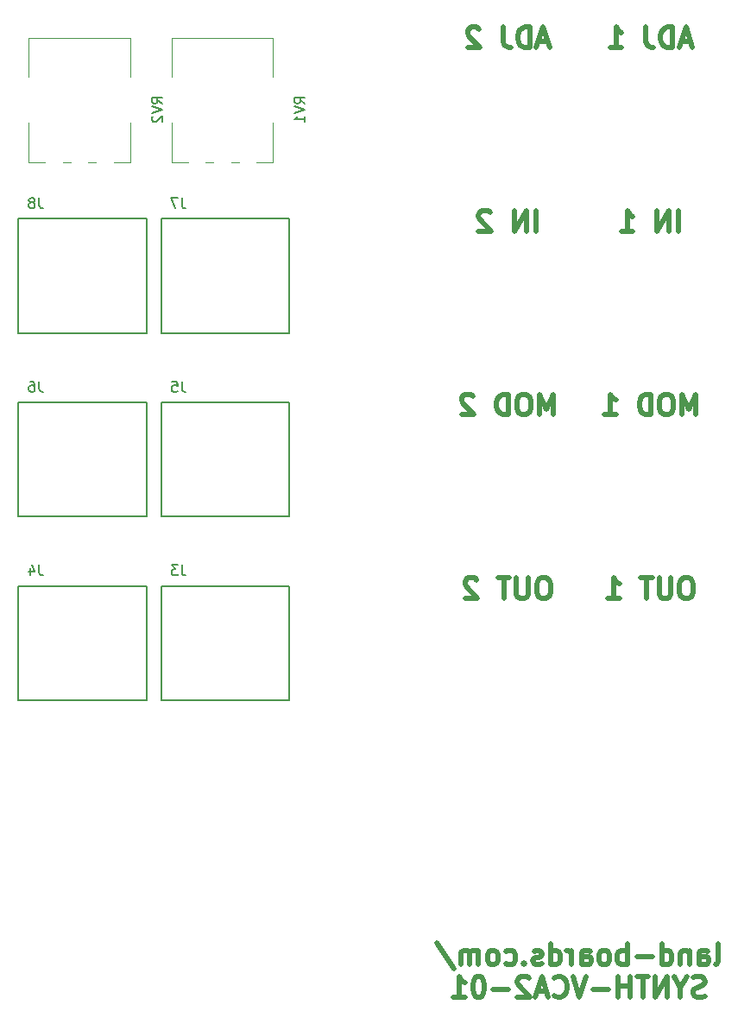
<source format=gbo>
%TF.GenerationSoftware,KiCad,Pcbnew,(6.0.1)*%
%TF.CreationDate,2022-10-17T21:45:17-04:00*%
%TF.ProjectId,ER-VCA2-01-CTRLS,45522d56-4341-4322-9d30-312d4354524c,1*%
%TF.SameCoordinates,Original*%
%TF.FileFunction,Legend,Bot*%
%TF.FilePolarity,Positive*%
%FSLAX46Y46*%
G04 Gerber Fmt 4.6, Leading zero omitted, Abs format (unit mm)*
G04 Created by KiCad (PCBNEW (6.0.1)) date 2022-10-17 21:45:17*
%MOMM*%
%LPD*%
G01*
G04 APERTURE LIST*
%ADD10C,0.500000*%
%ADD11C,0.150000*%
%ADD12C,0.120000*%
G04 APERTURE END LIST*
D10*
X88952380Y-36833333D02*
X88000000Y-36833333D01*
X89142857Y-37404761D02*
X88476190Y-35404761D01*
X87809523Y-37404761D01*
X87142857Y-37404761D02*
X87142857Y-35404761D01*
X86666666Y-35404761D01*
X86380952Y-35500000D01*
X86190476Y-35690476D01*
X86095238Y-35880952D01*
X86000000Y-36261904D01*
X86000000Y-36547619D01*
X86095238Y-36928571D01*
X86190476Y-37119047D01*
X86380952Y-37309523D01*
X86666666Y-37404761D01*
X87142857Y-37404761D01*
X84571428Y-35404761D02*
X84571428Y-36833333D01*
X84666666Y-37119047D01*
X84857142Y-37309523D01*
X85142857Y-37404761D01*
X85333333Y-37404761D01*
X82190476Y-35595238D02*
X82095238Y-35500000D01*
X81904761Y-35404761D01*
X81428571Y-35404761D01*
X81238095Y-35500000D01*
X81142857Y-35595238D01*
X81047619Y-35785714D01*
X81047619Y-35976190D01*
X81142857Y-36261904D01*
X82285714Y-37404761D01*
X81047619Y-37404761D01*
X88714285Y-89404761D02*
X88333333Y-89404761D01*
X88142857Y-89500000D01*
X87952380Y-89690476D01*
X87857142Y-90071428D01*
X87857142Y-90738095D01*
X87952380Y-91119047D01*
X88142857Y-91309523D01*
X88333333Y-91404761D01*
X88714285Y-91404761D01*
X88904761Y-91309523D01*
X89095238Y-91119047D01*
X89190476Y-90738095D01*
X89190476Y-90071428D01*
X89095238Y-89690476D01*
X88904761Y-89500000D01*
X88714285Y-89404761D01*
X87000000Y-89404761D02*
X87000000Y-91023809D01*
X86904761Y-91214285D01*
X86809523Y-91309523D01*
X86619047Y-91404761D01*
X86238095Y-91404761D01*
X86047619Y-91309523D01*
X85952380Y-91214285D01*
X85857142Y-91023809D01*
X85857142Y-89404761D01*
X85190476Y-89404761D02*
X84047619Y-89404761D01*
X84619047Y-91404761D02*
X84619047Y-89404761D01*
X81952380Y-89595238D02*
X81857142Y-89500000D01*
X81666666Y-89404761D01*
X81190476Y-89404761D01*
X81000000Y-89500000D01*
X80904761Y-89595238D01*
X80809523Y-89785714D01*
X80809523Y-89976190D01*
X80904761Y-90261904D01*
X82047619Y-91404761D01*
X80809523Y-91404761D01*
X105380952Y-127294761D02*
X105571428Y-127199523D01*
X105666666Y-127009047D01*
X105666666Y-125294761D01*
X103761904Y-127294761D02*
X103761904Y-126247142D01*
X103857142Y-126056666D01*
X104047619Y-125961428D01*
X104428571Y-125961428D01*
X104619047Y-126056666D01*
X103761904Y-127199523D02*
X103952380Y-127294761D01*
X104428571Y-127294761D01*
X104619047Y-127199523D01*
X104714285Y-127009047D01*
X104714285Y-126818571D01*
X104619047Y-126628095D01*
X104428571Y-126532857D01*
X103952380Y-126532857D01*
X103761904Y-126437619D01*
X102809523Y-125961428D02*
X102809523Y-127294761D01*
X102809523Y-126151904D02*
X102714285Y-126056666D01*
X102523809Y-125961428D01*
X102238095Y-125961428D01*
X102047619Y-126056666D01*
X101952380Y-126247142D01*
X101952380Y-127294761D01*
X100142857Y-127294761D02*
X100142857Y-125294761D01*
X100142857Y-127199523D02*
X100333333Y-127294761D01*
X100714285Y-127294761D01*
X100904761Y-127199523D01*
X101000000Y-127104285D01*
X101095238Y-126913809D01*
X101095238Y-126342380D01*
X101000000Y-126151904D01*
X100904761Y-126056666D01*
X100714285Y-125961428D01*
X100333333Y-125961428D01*
X100142857Y-126056666D01*
X99190476Y-126532857D02*
X97666666Y-126532857D01*
X96714285Y-127294761D02*
X96714285Y-125294761D01*
X96714285Y-126056666D02*
X96523809Y-125961428D01*
X96142857Y-125961428D01*
X95952380Y-126056666D01*
X95857142Y-126151904D01*
X95761904Y-126342380D01*
X95761904Y-126913809D01*
X95857142Y-127104285D01*
X95952380Y-127199523D01*
X96142857Y-127294761D01*
X96523809Y-127294761D01*
X96714285Y-127199523D01*
X94619047Y-127294761D02*
X94809523Y-127199523D01*
X94904761Y-127104285D01*
X95000000Y-126913809D01*
X95000000Y-126342380D01*
X94904761Y-126151904D01*
X94809523Y-126056666D01*
X94619047Y-125961428D01*
X94333333Y-125961428D01*
X94142857Y-126056666D01*
X94047619Y-126151904D01*
X93952380Y-126342380D01*
X93952380Y-126913809D01*
X94047619Y-127104285D01*
X94142857Y-127199523D01*
X94333333Y-127294761D01*
X94619047Y-127294761D01*
X92238095Y-127294761D02*
X92238095Y-126247142D01*
X92333333Y-126056666D01*
X92523809Y-125961428D01*
X92904761Y-125961428D01*
X93095238Y-126056666D01*
X92238095Y-127199523D02*
X92428571Y-127294761D01*
X92904761Y-127294761D01*
X93095238Y-127199523D01*
X93190476Y-127009047D01*
X93190476Y-126818571D01*
X93095238Y-126628095D01*
X92904761Y-126532857D01*
X92428571Y-126532857D01*
X92238095Y-126437619D01*
X91285714Y-127294761D02*
X91285714Y-125961428D01*
X91285714Y-126342380D02*
X91190476Y-126151904D01*
X91095238Y-126056666D01*
X90904761Y-125961428D01*
X90714285Y-125961428D01*
X89190476Y-127294761D02*
X89190476Y-125294761D01*
X89190476Y-127199523D02*
X89380952Y-127294761D01*
X89761904Y-127294761D01*
X89952380Y-127199523D01*
X90047619Y-127104285D01*
X90142857Y-126913809D01*
X90142857Y-126342380D01*
X90047619Y-126151904D01*
X89952380Y-126056666D01*
X89761904Y-125961428D01*
X89380952Y-125961428D01*
X89190476Y-126056666D01*
X88333333Y-127199523D02*
X88142857Y-127294761D01*
X87761904Y-127294761D01*
X87571428Y-127199523D01*
X87476190Y-127009047D01*
X87476190Y-126913809D01*
X87571428Y-126723333D01*
X87761904Y-126628095D01*
X88047619Y-126628095D01*
X88238095Y-126532857D01*
X88333333Y-126342380D01*
X88333333Y-126247142D01*
X88238095Y-126056666D01*
X88047619Y-125961428D01*
X87761904Y-125961428D01*
X87571428Y-126056666D01*
X86619047Y-127104285D02*
X86523809Y-127199523D01*
X86619047Y-127294761D01*
X86714285Y-127199523D01*
X86619047Y-127104285D01*
X86619047Y-127294761D01*
X84809523Y-127199523D02*
X85000000Y-127294761D01*
X85380952Y-127294761D01*
X85571428Y-127199523D01*
X85666666Y-127104285D01*
X85761904Y-126913809D01*
X85761904Y-126342380D01*
X85666666Y-126151904D01*
X85571428Y-126056666D01*
X85380952Y-125961428D01*
X85000000Y-125961428D01*
X84809523Y-126056666D01*
X83666666Y-127294761D02*
X83857142Y-127199523D01*
X83952380Y-127104285D01*
X84047619Y-126913809D01*
X84047619Y-126342380D01*
X83952380Y-126151904D01*
X83857142Y-126056666D01*
X83666666Y-125961428D01*
X83380952Y-125961428D01*
X83190476Y-126056666D01*
X83095238Y-126151904D01*
X83000000Y-126342380D01*
X83000000Y-126913809D01*
X83095238Y-127104285D01*
X83190476Y-127199523D01*
X83380952Y-127294761D01*
X83666666Y-127294761D01*
X82142857Y-127294761D02*
X82142857Y-125961428D01*
X82142857Y-126151904D02*
X82047619Y-126056666D01*
X81857142Y-125961428D01*
X81571428Y-125961428D01*
X81380952Y-126056666D01*
X81285714Y-126247142D01*
X81285714Y-127294761D01*
X81285714Y-126247142D02*
X81190476Y-126056666D01*
X81000000Y-125961428D01*
X80714285Y-125961428D01*
X80523809Y-126056666D01*
X80428571Y-126247142D01*
X80428571Y-127294761D01*
X78047619Y-125199523D02*
X79761904Y-127770952D01*
X104333333Y-130419523D02*
X104047619Y-130514761D01*
X103571428Y-130514761D01*
X103380952Y-130419523D01*
X103285714Y-130324285D01*
X103190476Y-130133809D01*
X103190476Y-129943333D01*
X103285714Y-129752857D01*
X103380952Y-129657619D01*
X103571428Y-129562380D01*
X103952380Y-129467142D01*
X104142857Y-129371904D01*
X104238095Y-129276666D01*
X104333333Y-129086190D01*
X104333333Y-128895714D01*
X104238095Y-128705238D01*
X104142857Y-128610000D01*
X103952380Y-128514761D01*
X103476190Y-128514761D01*
X103190476Y-128610000D01*
X101952380Y-129562380D02*
X101952380Y-130514761D01*
X102619047Y-128514761D02*
X101952380Y-129562380D01*
X101285714Y-128514761D01*
X100619047Y-130514761D02*
X100619047Y-128514761D01*
X99476190Y-130514761D01*
X99476190Y-128514761D01*
X98809523Y-128514761D02*
X97666666Y-128514761D01*
X98238095Y-130514761D02*
X98238095Y-128514761D01*
X97000000Y-130514761D02*
X97000000Y-128514761D01*
X97000000Y-129467142D02*
X95857142Y-129467142D01*
X95857142Y-130514761D02*
X95857142Y-128514761D01*
X94904761Y-129752857D02*
X93380952Y-129752857D01*
X92714285Y-128514761D02*
X92047619Y-130514761D01*
X91380952Y-128514761D01*
X89571428Y-130324285D02*
X89666666Y-130419523D01*
X89952380Y-130514761D01*
X90142857Y-130514761D01*
X90428571Y-130419523D01*
X90619047Y-130229047D01*
X90714285Y-130038571D01*
X90809523Y-129657619D01*
X90809523Y-129371904D01*
X90714285Y-128990952D01*
X90619047Y-128800476D01*
X90428571Y-128610000D01*
X90142857Y-128514761D01*
X89952380Y-128514761D01*
X89666666Y-128610000D01*
X89571428Y-128705238D01*
X88809523Y-129943333D02*
X87857142Y-129943333D01*
X89000000Y-130514761D02*
X88333333Y-128514761D01*
X87666666Y-130514761D01*
X87095238Y-128705238D02*
X87000000Y-128610000D01*
X86809523Y-128514761D01*
X86333333Y-128514761D01*
X86142857Y-128610000D01*
X86047619Y-128705238D01*
X85952380Y-128895714D01*
X85952380Y-129086190D01*
X86047619Y-129371904D01*
X87190476Y-130514761D01*
X85952380Y-130514761D01*
X85095238Y-129752857D02*
X83571428Y-129752857D01*
X82238095Y-128514761D02*
X82047619Y-128514761D01*
X81857142Y-128610000D01*
X81761904Y-128705238D01*
X81666666Y-128895714D01*
X81571428Y-129276666D01*
X81571428Y-129752857D01*
X81666666Y-130133809D01*
X81761904Y-130324285D01*
X81857142Y-130419523D01*
X82047619Y-130514761D01*
X82238095Y-130514761D01*
X82428571Y-130419523D01*
X82523809Y-130324285D01*
X82619047Y-130133809D01*
X82714285Y-129752857D01*
X82714285Y-129276666D01*
X82619047Y-128895714D01*
X82523809Y-128705238D01*
X82428571Y-128610000D01*
X82238095Y-128514761D01*
X79666666Y-130514761D02*
X80809523Y-130514761D01*
X80238095Y-130514761D02*
X80238095Y-128514761D01*
X80428571Y-128800476D01*
X80619047Y-128990952D01*
X80809523Y-129086190D01*
X102714285Y-89404761D02*
X102333333Y-89404761D01*
X102142857Y-89500000D01*
X101952380Y-89690476D01*
X101857142Y-90071428D01*
X101857142Y-90738095D01*
X101952380Y-91119047D01*
X102142857Y-91309523D01*
X102333333Y-91404761D01*
X102714285Y-91404761D01*
X102904761Y-91309523D01*
X103095238Y-91119047D01*
X103190476Y-90738095D01*
X103190476Y-90071428D01*
X103095238Y-89690476D01*
X102904761Y-89500000D01*
X102714285Y-89404761D01*
X101000000Y-89404761D02*
X101000000Y-91023809D01*
X100904761Y-91214285D01*
X100809523Y-91309523D01*
X100619047Y-91404761D01*
X100238095Y-91404761D01*
X100047619Y-91309523D01*
X99952380Y-91214285D01*
X99857142Y-91023809D01*
X99857142Y-89404761D01*
X99190476Y-89404761D02*
X98047619Y-89404761D01*
X98619047Y-91404761D02*
X98619047Y-89404761D01*
X94809523Y-91404761D02*
X95952380Y-91404761D01*
X95380952Y-91404761D02*
X95380952Y-89404761D01*
X95571428Y-89690476D01*
X95761904Y-89880952D01*
X95952380Y-89976190D01*
X103428571Y-73404761D02*
X103428571Y-71404761D01*
X102761904Y-72833333D01*
X102095238Y-71404761D01*
X102095238Y-73404761D01*
X100761904Y-71404761D02*
X100380952Y-71404761D01*
X100190476Y-71500000D01*
X100000000Y-71690476D01*
X99904761Y-72071428D01*
X99904761Y-72738095D01*
X100000000Y-73119047D01*
X100190476Y-73309523D01*
X100380952Y-73404761D01*
X100761904Y-73404761D01*
X100952380Y-73309523D01*
X101142857Y-73119047D01*
X101238095Y-72738095D01*
X101238095Y-72071428D01*
X101142857Y-71690476D01*
X100952380Y-71500000D01*
X100761904Y-71404761D01*
X99047619Y-73404761D02*
X99047619Y-71404761D01*
X98571428Y-71404761D01*
X98285714Y-71500000D01*
X98095238Y-71690476D01*
X98000000Y-71880952D01*
X97904761Y-72261904D01*
X97904761Y-72547619D01*
X98000000Y-72928571D01*
X98095238Y-73119047D01*
X98285714Y-73309523D01*
X98571428Y-73404761D01*
X99047619Y-73404761D01*
X94476190Y-73404761D02*
X95619047Y-73404761D01*
X95047619Y-73404761D02*
X95047619Y-71404761D01*
X95238095Y-71690476D01*
X95428571Y-71880952D01*
X95619047Y-71976190D01*
X87761904Y-55404761D02*
X87761904Y-53404761D01*
X86809523Y-55404761D02*
X86809523Y-53404761D01*
X85666666Y-55404761D01*
X85666666Y-53404761D01*
X83285714Y-53595238D02*
X83190476Y-53500000D01*
X83000000Y-53404761D01*
X82523809Y-53404761D01*
X82333333Y-53500000D01*
X82238095Y-53595238D01*
X82142857Y-53785714D01*
X82142857Y-53976190D01*
X82238095Y-54261904D01*
X83380952Y-55404761D01*
X82142857Y-55404761D01*
X102952380Y-36833333D02*
X102000000Y-36833333D01*
X103142857Y-37404761D02*
X102476190Y-35404761D01*
X101809523Y-37404761D01*
X101142857Y-37404761D02*
X101142857Y-35404761D01*
X100666666Y-35404761D01*
X100380952Y-35500000D01*
X100190476Y-35690476D01*
X100095238Y-35880952D01*
X100000000Y-36261904D01*
X100000000Y-36547619D01*
X100095238Y-36928571D01*
X100190476Y-37119047D01*
X100380952Y-37309523D01*
X100666666Y-37404761D01*
X101142857Y-37404761D01*
X98571428Y-35404761D02*
X98571428Y-36833333D01*
X98666666Y-37119047D01*
X98857142Y-37309523D01*
X99142857Y-37404761D01*
X99333333Y-37404761D01*
X95047619Y-37404761D02*
X96190476Y-37404761D01*
X95619047Y-37404761D02*
X95619047Y-35404761D01*
X95809523Y-35690476D01*
X96000000Y-35880952D01*
X96190476Y-35976190D01*
X89428571Y-73404761D02*
X89428571Y-71404761D01*
X88761904Y-72833333D01*
X88095238Y-71404761D01*
X88095238Y-73404761D01*
X86761904Y-71404761D02*
X86380952Y-71404761D01*
X86190476Y-71500000D01*
X86000000Y-71690476D01*
X85904761Y-72071428D01*
X85904761Y-72738095D01*
X86000000Y-73119047D01*
X86190476Y-73309523D01*
X86380952Y-73404761D01*
X86761904Y-73404761D01*
X86952380Y-73309523D01*
X87142857Y-73119047D01*
X87238095Y-72738095D01*
X87238095Y-72071428D01*
X87142857Y-71690476D01*
X86952380Y-71500000D01*
X86761904Y-71404761D01*
X85047619Y-73404761D02*
X85047619Y-71404761D01*
X84571428Y-71404761D01*
X84285714Y-71500000D01*
X84095238Y-71690476D01*
X84000000Y-71880952D01*
X83904761Y-72261904D01*
X83904761Y-72547619D01*
X84000000Y-72928571D01*
X84095238Y-73119047D01*
X84285714Y-73309523D01*
X84571428Y-73404761D01*
X85047619Y-73404761D01*
X81619047Y-71595238D02*
X81523809Y-71500000D01*
X81333333Y-71404761D01*
X80857142Y-71404761D01*
X80666666Y-71500000D01*
X80571428Y-71595238D01*
X80476190Y-71785714D01*
X80476190Y-71976190D01*
X80571428Y-72261904D01*
X81714285Y-73404761D01*
X80476190Y-73404761D01*
X101761904Y-55404761D02*
X101761904Y-53404761D01*
X100809523Y-55404761D02*
X100809523Y-53404761D01*
X99666666Y-55404761D01*
X99666666Y-53404761D01*
X96142857Y-55404761D02*
X97285714Y-55404761D01*
X96714285Y-55404761D02*
X96714285Y-53404761D01*
X96904761Y-53690476D01*
X97095238Y-53880952D01*
X97285714Y-53976190D01*
D11*
%TO.C,J3*%
X53033327Y-88152387D02*
X53033327Y-88866673D01*
X53080946Y-89009530D01*
X53176184Y-89104768D01*
X53319041Y-89152387D01*
X53414279Y-89152387D01*
X52652374Y-88152387D02*
X52033327Y-88152387D01*
X52366660Y-88533340D01*
X52223803Y-88533340D01*
X52128565Y-88580959D01*
X52080946Y-88628578D01*
X52033327Y-88723816D01*
X52033327Y-88961911D01*
X52080946Y-89057149D01*
X52128565Y-89104768D01*
X52223803Y-89152387D01*
X52509517Y-89152387D01*
X52604755Y-89104768D01*
X52652374Y-89057149D01*
%TO.C,J8*%
X39033330Y-52152383D02*
X39033330Y-52866669D01*
X39080949Y-53009526D01*
X39176187Y-53104764D01*
X39319044Y-53152383D01*
X39414282Y-53152383D01*
X38414282Y-52580955D02*
X38509520Y-52533336D01*
X38557139Y-52485717D01*
X38604758Y-52390479D01*
X38604758Y-52342860D01*
X38557139Y-52247622D01*
X38509520Y-52200003D01*
X38414282Y-52152383D01*
X38223806Y-52152383D01*
X38128568Y-52200003D01*
X38080949Y-52247622D01*
X38033330Y-52342860D01*
X38033330Y-52390479D01*
X38080949Y-52485717D01*
X38128568Y-52533336D01*
X38223806Y-52580955D01*
X38414282Y-52580955D01*
X38509520Y-52628574D01*
X38557139Y-52676193D01*
X38604758Y-52771431D01*
X38604758Y-52961907D01*
X38557139Y-53057145D01*
X38509520Y-53104764D01*
X38414282Y-53152383D01*
X38223806Y-53152383D01*
X38128568Y-53104764D01*
X38080949Y-53057145D01*
X38033330Y-52961907D01*
X38033330Y-52771431D01*
X38080949Y-52676193D01*
X38128568Y-52628574D01*
X38223806Y-52580955D01*
%TO.C,J7*%
X53033327Y-52152383D02*
X53033327Y-52866669D01*
X53080946Y-53009526D01*
X53176184Y-53104764D01*
X53319041Y-53152383D01*
X53414279Y-53152383D01*
X52652374Y-52152383D02*
X51985708Y-52152383D01*
X52414279Y-53152383D01*
%TO.C,J6*%
X39033330Y-70152372D02*
X39033330Y-70866658D01*
X39080949Y-71009515D01*
X39176187Y-71104753D01*
X39319044Y-71152372D01*
X39414282Y-71152372D01*
X38128568Y-70152372D02*
X38319044Y-70152372D01*
X38414282Y-70199992D01*
X38461901Y-70247611D01*
X38557139Y-70390468D01*
X38604758Y-70580944D01*
X38604758Y-70961896D01*
X38557139Y-71057134D01*
X38509520Y-71104753D01*
X38414282Y-71152372D01*
X38223806Y-71152372D01*
X38128568Y-71104753D01*
X38080949Y-71057134D01*
X38033330Y-70961896D01*
X38033330Y-70723801D01*
X38080949Y-70628563D01*
X38128568Y-70580944D01*
X38223806Y-70533325D01*
X38414282Y-70533325D01*
X38509520Y-70580944D01*
X38557139Y-70628563D01*
X38604758Y-70723801D01*
%TO.C,J5*%
X53033327Y-70152372D02*
X53033327Y-70866658D01*
X53080946Y-71009515D01*
X53176184Y-71104753D01*
X53319041Y-71152372D01*
X53414279Y-71152372D01*
X52080946Y-70152372D02*
X52557136Y-70152372D01*
X52604755Y-70628563D01*
X52557136Y-70580944D01*
X52461898Y-70533325D01*
X52223803Y-70533325D01*
X52128565Y-70580944D01*
X52080946Y-70628563D01*
X52033327Y-70723801D01*
X52033327Y-70961896D01*
X52080946Y-71057134D01*
X52128565Y-71104753D01*
X52223803Y-71152372D01*
X52461898Y-71152372D01*
X52557136Y-71104753D01*
X52604755Y-71057134D01*
%TO.C,J4*%
X39033330Y-88152387D02*
X39033330Y-88866673D01*
X39080949Y-89009530D01*
X39176187Y-89104768D01*
X39319044Y-89152387D01*
X39414282Y-89152387D01*
X38128568Y-88485721D02*
X38128568Y-89152387D01*
X38366663Y-88104768D02*
X38604758Y-88819054D01*
X37985711Y-88819054D01*
%TO.C,RV2*%
X51102379Y-42904773D02*
X50626189Y-42571440D01*
X51102379Y-42333345D02*
X50102379Y-42333345D01*
X50102379Y-42714297D01*
X50149999Y-42809535D01*
X50197618Y-42857154D01*
X50292856Y-42904773D01*
X50435713Y-42904773D01*
X50530951Y-42857154D01*
X50578570Y-42809535D01*
X50626189Y-42714297D01*
X50626189Y-42333345D01*
X50102379Y-43190488D02*
X51102379Y-43523821D01*
X50102379Y-43857154D01*
X50197618Y-44142869D02*
X50149999Y-44190488D01*
X50102379Y-44285726D01*
X50102379Y-44523821D01*
X50149999Y-44619059D01*
X50197618Y-44666678D01*
X50292856Y-44714297D01*
X50388094Y-44714297D01*
X50530951Y-44666678D01*
X51102379Y-44095250D01*
X51102379Y-44714297D01*
%TO.C,RV1*%
X65102379Y-42904773D02*
X64626189Y-42571440D01*
X65102379Y-42333345D02*
X64102379Y-42333345D01*
X64102379Y-42714297D01*
X64149999Y-42809535D01*
X64197618Y-42857154D01*
X64292856Y-42904773D01*
X64435713Y-42904773D01*
X64530951Y-42857154D01*
X64578570Y-42809535D01*
X64626189Y-42714297D01*
X64626189Y-42333345D01*
X64102379Y-43190488D02*
X65102379Y-43523821D01*
X64102379Y-43857154D01*
X65102379Y-44714297D02*
X65102379Y-44142869D01*
X65102379Y-44428583D02*
X64102379Y-44428583D01*
X64245237Y-44333345D01*
X64340475Y-44238107D01*
X64388094Y-44142869D01*
%TO.C,J3*%
X63599994Y-90200007D02*
X50999994Y-90200007D01*
X50999994Y-90200007D02*
X50999994Y-101400007D01*
X50999994Y-101400007D02*
X63599994Y-101400007D01*
X63599994Y-101400007D02*
X63599994Y-90200007D01*
%TO.C,J8*%
X49599997Y-54200003D02*
X36999997Y-54200003D01*
X36999997Y-54200003D02*
X36999997Y-65400003D01*
X36999997Y-65400003D02*
X49599997Y-65400003D01*
X49599997Y-65400003D02*
X49599997Y-54200003D01*
%TO.C,J7*%
X63599994Y-54200003D02*
X50999994Y-54200003D01*
X50999994Y-54200003D02*
X50999994Y-65400003D01*
X50999994Y-65400003D02*
X63599994Y-65400003D01*
X63599994Y-65400003D02*
X63599994Y-54200003D01*
%TO.C,J6*%
X49599997Y-72199992D02*
X36999997Y-72199992D01*
X36999997Y-72199992D02*
X36999997Y-83399992D01*
X36999997Y-83399992D02*
X49599997Y-83399992D01*
X49599997Y-83399992D02*
X49599997Y-72199992D01*
%TO.C,J5*%
X63599994Y-72199992D02*
X50999994Y-72199992D01*
X50999994Y-72199992D02*
X50999994Y-83399992D01*
X50999994Y-83399992D02*
X63599994Y-83399992D01*
X63599994Y-83399992D02*
X63599994Y-72199992D01*
%TO.C,J4*%
X49599997Y-90200007D02*
X36999997Y-90200007D01*
X36999997Y-90200007D02*
X36999997Y-101400007D01*
X36999997Y-101400007D02*
X49599997Y-101400007D01*
X49599997Y-101400007D02*
X49599997Y-90200007D01*
D12*
%TO.C,RV2*%
X39629999Y-48670012D02*
X38029999Y-48670012D01*
X47969999Y-36430012D02*
X38029999Y-36430012D01*
X47969999Y-48670012D02*
X47969999Y-44805012D01*
X44628999Y-48670012D02*
X43869999Y-48670012D01*
X42128999Y-48670012D02*
X41369999Y-48670012D01*
X47969999Y-48670012D02*
X46370999Y-48670012D01*
X38029999Y-40295012D02*
X38029999Y-36430012D01*
X47969999Y-40295012D02*
X47969999Y-36430012D01*
X38029999Y-48670012D02*
X38029999Y-44805012D01*
%TO.C,RV1*%
X61969999Y-48670012D02*
X61969999Y-44805012D01*
X52029999Y-48670012D02*
X52029999Y-44805012D01*
X61969999Y-48670012D02*
X60370999Y-48670012D01*
X56128999Y-48670012D02*
X55369999Y-48670012D01*
X52029999Y-40295012D02*
X52029999Y-36430012D01*
X61969999Y-36430012D02*
X52029999Y-36430012D01*
X58628999Y-48670012D02*
X57869999Y-48670012D01*
X61969999Y-40295012D02*
X61969999Y-36430012D01*
X53629999Y-48670012D02*
X52029999Y-48670012D01*
%TD*%
M02*

</source>
